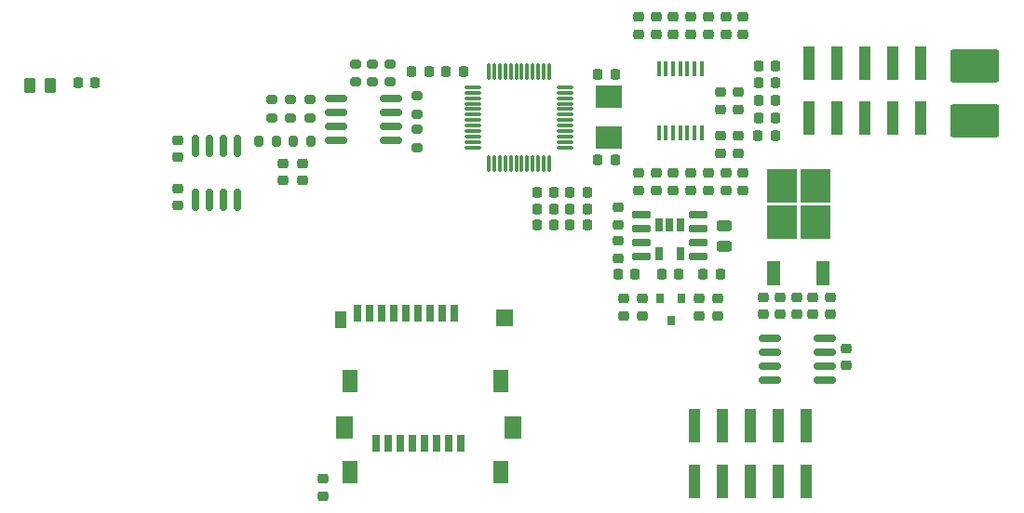
<source format=gbr>
G04 #@! TF.GenerationSoftware,KiCad,Pcbnew,6.0.11-2627ca5db0~126~ubuntu22.04.1*
G04 #@! TF.CreationDate,2023-02-13T20:29:34+01:00*
G04 #@! TF.ProjectId,mre_addon_v2,6d72655f-6164-4646-9f6e-5f76322e6b69,V2.5*
G04 #@! TF.SameCoordinates,Original*
G04 #@! TF.FileFunction,Paste,Top*
G04 #@! TF.FilePolarity,Positive*
%FSLAX46Y46*%
G04 Gerber Fmt 4.6, Leading zero omitted, Abs format (unit mm)*
G04 Created by KiCad (PCBNEW 6.0.11-2627ca5db0~126~ubuntu22.04.1) date 2023-02-13 20:29:34*
%MOMM*%
%LPD*%
G01*
G04 APERTURE LIST*
G04 Aperture macros list*
%AMRoundRect*
0 Rectangle with rounded corners*
0 $1 Rounding radius*
0 $2 $3 $4 $5 $6 $7 $8 $9 X,Y pos of 4 corners*
0 Add a 4 corners polygon primitive as box body*
4,1,4,$2,$3,$4,$5,$6,$7,$8,$9,$2,$3,0*
0 Add four circle primitives for the rounded corners*
1,1,$1+$1,$2,$3*
1,1,$1+$1,$4,$5*
1,1,$1+$1,$6,$7*
1,1,$1+$1,$8,$9*
0 Add four rect primitives between the rounded corners*
20,1,$1+$1,$2,$3,$4,$5,0*
20,1,$1+$1,$4,$5,$6,$7,0*
20,1,$1+$1,$6,$7,$8,$9,0*
20,1,$1+$1,$8,$9,$2,$3,0*%
G04 Aperture macros list end*
%ADD10RoundRect,0.218750X0.256250X-0.218750X0.256250X0.218750X-0.256250X0.218750X-0.256250X-0.218750X0*%
%ADD11RoundRect,0.218750X0.218750X0.256250X-0.218750X0.256250X-0.218750X-0.256250X0.218750X-0.256250X0*%
%ADD12RoundRect,0.218750X-0.256250X0.218750X-0.256250X-0.218750X0.256250X-0.218750X0.256250X0.218750X0*%
%ADD13RoundRect,0.218750X-0.218750X-0.256250X0.218750X-0.256250X0.218750X0.256250X-0.218750X0.256250X0*%
%ADD14R,1.000000X3.150000*%
%ADD15R,2.750000X3.050000*%
%ADD16R,1.200000X2.200000*%
%ADD17R,0.450000X1.450000*%
%ADD18R,0.650000X1.220000*%
%ADD19R,0.800000X0.900000*%
%ADD20RoundRect,0.150000X-0.150000X0.825000X-0.150000X-0.825000X0.150000X-0.825000X0.150000X0.825000X0*%
%ADD21RoundRect,0.243750X0.456250X-0.243750X0.456250X0.243750X-0.456250X0.243750X-0.456250X-0.243750X0*%
%ADD22R,0.800000X1.500000*%
%ADD23R,1.450000X2.000000*%
%ADD24R,0.762000X1.524000*%
%ADD25R,1.016000X1.524000*%
%ADD26R,1.524000X2.032000*%
%ADD27R,1.524000X1.524000*%
%ADD28RoundRect,0.150000X0.825000X0.150000X-0.825000X0.150000X-0.825000X-0.150000X0.825000X-0.150000X0*%
%ADD29RoundRect,0.075000X0.662500X0.075000X-0.662500X0.075000X-0.662500X-0.075000X0.662500X-0.075000X0*%
%ADD30RoundRect,0.075000X0.075000X0.662500X-0.075000X0.662500X-0.075000X-0.662500X0.075000X-0.662500X0*%
%ADD31RoundRect,0.150000X-0.725000X-0.150000X0.725000X-0.150000X0.725000X0.150000X-0.725000X0.150000X0*%
%ADD32RoundRect,0.250001X-1.974999X1.262499X-1.974999X-1.262499X1.974999X-1.262499X1.974999X1.262499X0*%
%ADD33RoundRect,0.200000X-0.275000X0.200000X-0.275000X-0.200000X0.275000X-0.200000X0.275000X0.200000X0*%
%ADD34RoundRect,0.225000X0.225000X0.250000X-0.225000X0.250000X-0.225000X-0.250000X0.225000X-0.250000X0*%
%ADD35RoundRect,0.200000X0.275000X-0.200000X0.275000X0.200000X-0.275000X0.200000X-0.275000X-0.200000X0*%
%ADD36RoundRect,0.225000X-0.225000X-0.250000X0.225000X-0.250000X0.225000X0.250000X-0.225000X0.250000X0*%
%ADD37R,2.400000X2.000000*%
%ADD38RoundRect,0.250000X-0.262500X-0.450000X0.262500X-0.450000X0.262500X0.450000X-0.262500X0.450000X0*%
%ADD39RoundRect,0.200000X-0.200000X-0.275000X0.200000X-0.275000X0.200000X0.275000X-0.200000X0.275000X0*%
G04 APERTURE END LIST*
D10*
X124650000Y-128937500D03*
X124650000Y-127362500D03*
D11*
X132335800Y-133376700D03*
X130760800Y-133376700D03*
D10*
X124650000Y-143162500D03*
X124650000Y-141587500D03*
X127800000Y-128937500D03*
X127800000Y-127362500D03*
X128948300Y-139764200D03*
X128948300Y-138189200D03*
D11*
X123537500Y-150800000D03*
X121962500Y-150800000D03*
D12*
X120212200Y-153006600D03*
X120212200Y-154581600D03*
X118485000Y-153006500D03*
X118485000Y-154581500D03*
D10*
X118050000Y-146287500D03*
X118050000Y-144712500D03*
D11*
X103937500Y-132350000D03*
X102362500Y-132350000D03*
X115187500Y-143300000D03*
X113612500Y-143300000D03*
D13*
X99212500Y-132350000D03*
X100787500Y-132350000D03*
D12*
X125400000Y-153012500D03*
X125400000Y-154587500D03*
X89313700Y-140662500D03*
X89313700Y-142237500D03*
D10*
X87500000Y-142237500D03*
X87500000Y-140662500D03*
D11*
X115187500Y-144810000D03*
X113612500Y-144810000D03*
X115187500Y-146320000D03*
X113612500Y-146320000D03*
D14*
X145491200Y-131536200D03*
X145491200Y-136586200D03*
X142951200Y-131536200D03*
X142951200Y-136586200D03*
X140411200Y-131536200D03*
X140411200Y-136586200D03*
X137871200Y-131536200D03*
X137871200Y-136586200D03*
X135331200Y-131536200D03*
X135331200Y-136586200D03*
X124968000Y-169631600D03*
X124968000Y-164581600D03*
X127508000Y-169631600D03*
X127508000Y-164581600D03*
X130048000Y-169631600D03*
X130048000Y-164581600D03*
X132588000Y-169631600D03*
X132588000Y-164581600D03*
X135128000Y-169631600D03*
X135128000Y-164581600D03*
D15*
X132875000Y-142700000D03*
X132875000Y-146050000D03*
X135925000Y-142700000D03*
X135925000Y-146050000D03*
D16*
X132120000Y-150675000D03*
X136680000Y-150675000D03*
D12*
X123050000Y-127362500D03*
X123050000Y-128937500D03*
D10*
X126250000Y-128937500D03*
X126250000Y-127362500D03*
D12*
X121450000Y-127362500D03*
X121450000Y-128937500D03*
X129400000Y-127362500D03*
X129400000Y-128937500D03*
X127348300Y-134189200D03*
X127348300Y-135764200D03*
D10*
X128948300Y-135764200D03*
X128948300Y-134189200D03*
D12*
X127348300Y-138189200D03*
X127348300Y-139764200D03*
X121450000Y-141587500D03*
X121450000Y-143162500D03*
D10*
X119850000Y-128937500D03*
X119850000Y-127362500D03*
X126250000Y-143162500D03*
X126250000Y-141587500D03*
X127800000Y-143162500D03*
X127800000Y-141587500D03*
X123050000Y-143162500D03*
X123050000Y-141587500D03*
D13*
X125762500Y-150800000D03*
X127337500Y-150800000D03*
D10*
X129400000Y-143162500D03*
X129400000Y-141587500D03*
X119850000Y-143162500D03*
X119850000Y-141587500D03*
D13*
X118000000Y-150800000D03*
X119575000Y-150800000D03*
X130739200Y-138160100D03*
X132314200Y-138160100D03*
D11*
X132335800Y-136576700D03*
X130760800Y-136576700D03*
X132335800Y-134976700D03*
X130760800Y-134976700D03*
D13*
X130760800Y-131776700D03*
X132335800Y-131776700D03*
D11*
X112187500Y-143300000D03*
X110612500Y-143300000D03*
X112187500Y-144810000D03*
X110612500Y-144810000D03*
X112187500Y-146320000D03*
X110612500Y-146320000D03*
D12*
X134250000Y-152862500D03*
X134250000Y-154437500D03*
X132750000Y-152862500D03*
X132750000Y-154437500D03*
X131250000Y-152862500D03*
X131250000Y-154437500D03*
D17*
X121700000Y-137926700D03*
X122350000Y-137926700D03*
X123000000Y-137926700D03*
X123650000Y-137926700D03*
X124300000Y-137926700D03*
X124950000Y-137926700D03*
X125600000Y-137926700D03*
X125600000Y-132026700D03*
X124950000Y-132026700D03*
X124300000Y-132026700D03*
X123650000Y-132026700D03*
X123000000Y-132026700D03*
X122350000Y-132026700D03*
X121700000Y-132026700D03*
D18*
X123650000Y-146328000D03*
X122700000Y-146328000D03*
X121750000Y-146328000D03*
X121750000Y-148948000D03*
X123650000Y-148948000D03*
D19*
X123750000Y-153000000D03*
X121850000Y-153000000D03*
X122800000Y-155000000D03*
D20*
X83405000Y-139075000D03*
X82135000Y-139075000D03*
X80865000Y-139075000D03*
X79595000Y-139075000D03*
X79595000Y-144025000D03*
X80865000Y-144025000D03*
X82135000Y-144025000D03*
X83405000Y-144025000D03*
D21*
X127650000Y-148237500D03*
X127650000Y-146362500D03*
D12*
X91200000Y-169412500D03*
X91200000Y-170987500D03*
D22*
X103700000Y-166197500D03*
X102600000Y-166197500D03*
X101500000Y-166197500D03*
X100400000Y-166197500D03*
X99300000Y-166197500D03*
X98200000Y-166197500D03*
X97100000Y-166197500D03*
X96000000Y-166197500D03*
D23*
X93625000Y-160497500D03*
X107375000Y-168797500D03*
X107375000Y-160497500D03*
X93625000Y-168797500D03*
D24*
X103143000Y-154357000D03*
X102043000Y-154357000D03*
X100943000Y-154357000D03*
X99843000Y-154357000D03*
X98743000Y-154357000D03*
X97643000Y-154357000D03*
X96543000Y-154357000D03*
X95443000Y-154357000D03*
X94343000Y-154357000D03*
D25*
X92743000Y-154957000D03*
D26*
X93089000Y-164730000D03*
X108489000Y-164730000D03*
D27*
X107670000Y-154749000D03*
D12*
X138800000Y-157537500D03*
X138800000Y-159112500D03*
D10*
X77950000Y-144537500D03*
X77950000Y-142962500D03*
D28*
X136775000Y-160405000D03*
X136775000Y-159135000D03*
X136775000Y-157865000D03*
X136775000Y-156595000D03*
X131825000Y-156595000D03*
X131825000Y-157865000D03*
X131825000Y-159135000D03*
X131825000Y-160405000D03*
D29*
X113162500Y-139250000D03*
X113162500Y-138750000D03*
X113162500Y-138250000D03*
X113162500Y-137750000D03*
X113162500Y-137250000D03*
X113162500Y-136750000D03*
X113162500Y-136250000D03*
X113162500Y-135750000D03*
X113162500Y-135250000D03*
X113162500Y-134750000D03*
X113162500Y-134250000D03*
X113162500Y-133750000D03*
D30*
X111750000Y-132337500D03*
X111250000Y-132337500D03*
X110750000Y-132337500D03*
X110250000Y-132337500D03*
X109750000Y-132337500D03*
X109250000Y-132337500D03*
X108750000Y-132337500D03*
X108250000Y-132337500D03*
X107750000Y-132337500D03*
X107250000Y-132337500D03*
X106750000Y-132337500D03*
X106250000Y-132337500D03*
D29*
X104837500Y-133750000D03*
X104837500Y-134250000D03*
X104837500Y-134750000D03*
X104837500Y-135250000D03*
X104837500Y-135750000D03*
X104837500Y-136250000D03*
X104837500Y-136750000D03*
X104837500Y-137250000D03*
X104837500Y-137750000D03*
X104837500Y-138250000D03*
X104837500Y-138750000D03*
X104837500Y-139250000D03*
D30*
X106250000Y-140662500D03*
X106750000Y-140662500D03*
X107250000Y-140662500D03*
X107750000Y-140662500D03*
X108250000Y-140662500D03*
X108750000Y-140662500D03*
X109250000Y-140662500D03*
X109750000Y-140662500D03*
X110250000Y-140662500D03*
X110750000Y-140662500D03*
X111250000Y-140662500D03*
X111750000Y-140662500D03*
D10*
X77950000Y-140137500D03*
X77950000Y-138562500D03*
D31*
X120125000Y-145395000D03*
X120125000Y-146665000D03*
X120125000Y-147935000D03*
X120125000Y-149205000D03*
X125275000Y-149205000D03*
X125275000Y-147935000D03*
X125275000Y-146665000D03*
X125275000Y-145395000D03*
D10*
X118050000Y-149325000D03*
X118050000Y-147750000D03*
D32*
X150475000Y-131775000D03*
X150475000Y-136800000D03*
D12*
X137300000Y-152862500D03*
X137300000Y-154437500D03*
X127100000Y-153012500D03*
X127100000Y-154587500D03*
D10*
X135750000Y-154437500D03*
X135750000Y-152862500D03*
D33*
X99750000Y-137595000D03*
X99750000Y-139245000D03*
D34*
X117725000Y-140350000D03*
X116175000Y-140350000D03*
D35*
X90000000Y-136525000D03*
X90000000Y-134875000D03*
D36*
X68875000Y-133350000D03*
X70425000Y-133350000D03*
D35*
X97250000Y-133275000D03*
X97250000Y-131625000D03*
D33*
X88250000Y-134875000D03*
X88250000Y-136525000D03*
D28*
X97325000Y-138605000D03*
X97325000Y-137335000D03*
X97325000Y-136065000D03*
X97325000Y-134795000D03*
X92375000Y-134795000D03*
X92375000Y-136065000D03*
X92375000Y-137335000D03*
X92375000Y-138605000D03*
D34*
X117725000Y-132550000D03*
X116175000Y-132550000D03*
D33*
X94150000Y-131625000D03*
X94150000Y-133275000D03*
D35*
X95700000Y-133275000D03*
X95700000Y-131625000D03*
D37*
X117166665Y-134600000D03*
X117166665Y-138300000D03*
D38*
X64527500Y-133570000D03*
X66352500Y-133570000D03*
D33*
X99750000Y-134545000D03*
X99750000Y-136195000D03*
D35*
X86550000Y-136525000D03*
X86550000Y-134875000D03*
D39*
X88425000Y-138650000D03*
X90075000Y-138650000D03*
X85325000Y-138650000D03*
X86975000Y-138650000D03*
M02*

</source>
